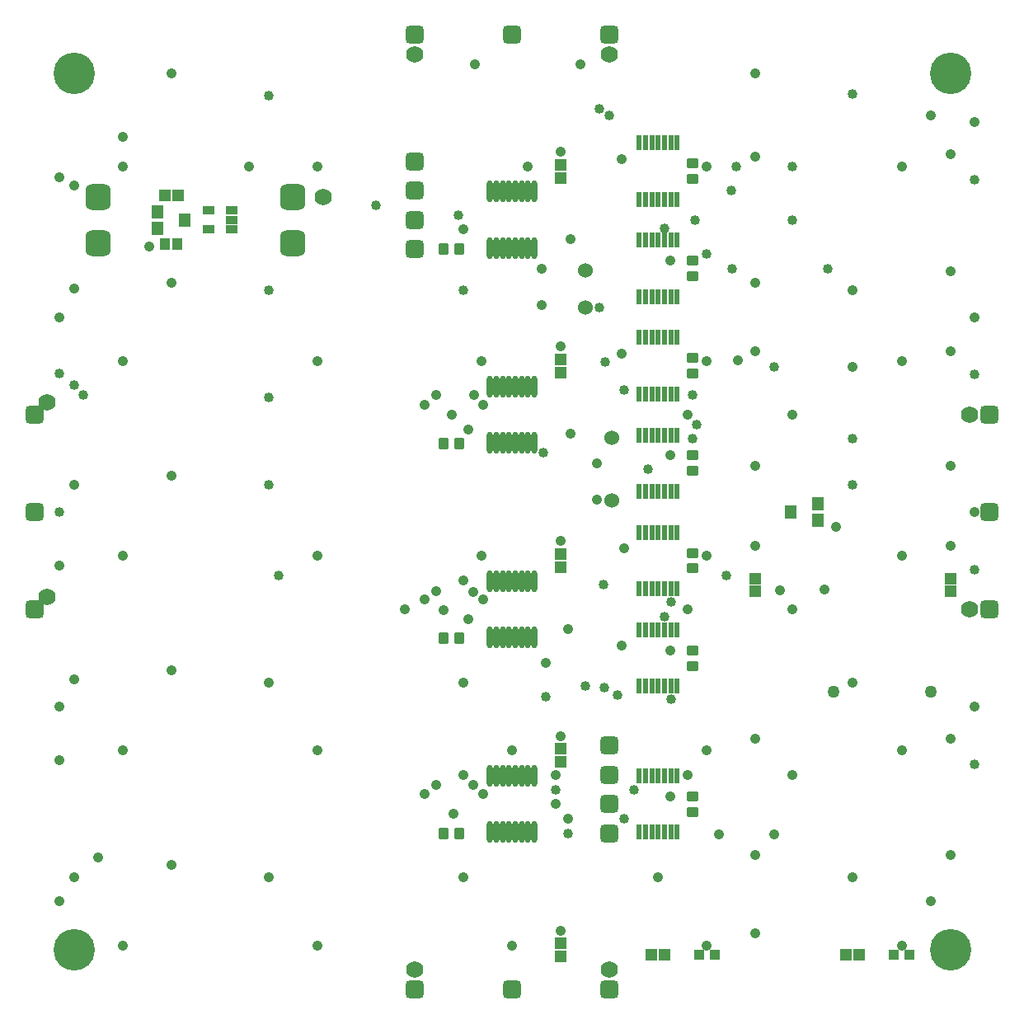
<source format=gbs>
G04 Layer_Color=8150272*
%FSLAX25Y25*%
%MOIN*%
G70*
G01*
G75*
G04:AMPARAMS|DCode=42|XSize=41.73mil|YSize=45.67mil|CornerRadius=6.69mil|HoleSize=0mil|Usage=FLASHONLY|Rotation=0.000|XOffset=0mil|YOffset=0mil|HoleType=Round|Shape=RoundedRectangle|*
%AMROUNDEDRECTD42*
21,1,0.04173,0.03228,0,0,0.0*
21,1,0.02835,0.04567,0,0,0.0*
1,1,0.01339,0.01417,-0.01614*
1,1,0.01339,-0.01417,-0.01614*
1,1,0.01339,-0.01417,0.01614*
1,1,0.01339,0.01417,0.01614*
%
%ADD42ROUNDEDRECTD42*%
%ADD46C,0.16772*%
%ADD47C,0.04173*%
%ADD48C,0.03976*%
%ADD49C,0.06024*%
%ADD50C,0.04961*%
%ADD51C,0.06929*%
%ADD52R,0.04567X0.05354*%
%ADD53R,0.02441X0.05984*%
G04:AMPARAMS|DCode=54|XSize=41.73mil|YSize=45.67mil|CornerRadius=6.69mil|HoleSize=0mil|Usage=FLASHONLY|Rotation=90.000|XOffset=0mil|YOffset=0mil|HoleType=Round|Shape=RoundedRectangle|*
%AMROUNDEDRECTD54*
21,1,0.04173,0.03228,0,0,90.0*
21,1,0.02835,0.04567,0,0,90.0*
1,1,0.01339,0.01614,0.01417*
1,1,0.01339,0.01614,-0.01417*
1,1,0.01339,-0.01614,-0.01417*
1,1,0.01339,-0.01614,0.01417*
%
%ADD54ROUNDEDRECTD54*%
%ADD55O,0.02402X0.08898*%
%ADD56R,0.04173X0.04173*%
G04:AMPARAMS|DCode=57|XSize=70.24mil|YSize=70.24mil|CornerRadius=11.12mil|HoleSize=0mil|Usage=FLASHONLY|Rotation=90.000|XOffset=0mil|YOffset=0mil|HoleType=Round|Shape=RoundedRectangle|*
%AMROUNDEDRECTD57*
21,1,0.07024,0.04800,0,0,90.0*
21,1,0.04800,0.07024,0,0,90.0*
1,1,0.02224,0.02400,0.02400*
1,1,0.02224,0.02400,-0.02400*
1,1,0.02224,-0.02400,-0.02400*
1,1,0.02224,-0.02400,0.02400*
%
%ADD57ROUNDEDRECTD57*%
G04:AMPARAMS|DCode=58|XSize=70.24mil|YSize=70.24mil|CornerRadius=11.12mil|HoleSize=0mil|Usage=FLASHONLY|Rotation=180.000|XOffset=0mil|YOffset=0mil|HoleType=Round|Shape=RoundedRectangle|*
%AMROUNDEDRECTD58*
21,1,0.07024,0.04800,0,0,180.0*
21,1,0.04800,0.07024,0,0,180.0*
1,1,0.02224,-0.02400,0.02400*
1,1,0.02224,0.02400,0.02400*
1,1,0.02224,0.02400,-0.02400*
1,1,0.02224,-0.02400,-0.02400*
%
%ADD58ROUNDEDRECTD58*%
%ADD59R,0.05158X0.04567*%
%ADD60R,0.04567X0.05158*%
%ADD61R,0.04567X0.03583*%
%ADD62R,0.04173X0.04764*%
G04:AMPARAMS|DCode=63|XSize=100.79mil|YSize=106.69mil|CornerRadius=27.76mil|HoleSize=0mil|Usage=FLASHONLY|Rotation=180.000|XOffset=0mil|YOffset=0mil|HoleType=Round|Shape=RoundedRectangle|*
%AMROUNDEDRECTD63*
21,1,0.10079,0.05118,0,0,180.0*
21,1,0.04528,0.10669,0,0,180.0*
1,1,0.05551,-0.02264,0.02559*
1,1,0.05551,0.02264,0.02559*
1,1,0.05551,0.02264,-0.02559*
1,1,0.05551,-0.02264,-0.02559*
%
%ADD63ROUNDEDRECTD63*%
D42*
X208465Y342520D02*
D03*
X214764D02*
D03*
X208465Y263779D02*
D03*
X214764D02*
D03*
X208465Y185039D02*
D03*
X214764D02*
D03*
X208465Y106299D02*
D03*
X214764D02*
D03*
D46*
X413386Y59055D02*
D03*
X59055D02*
D03*
Y413386D02*
D03*
X413386D02*
D03*
D47*
X423228Y157480D02*
D03*
Y236221D02*
D03*
Y393701D02*
D03*
Y314961D02*
D03*
X334646Y379921D02*
D03*
X59055Y88583D02*
D03*
X68898Y96457D02*
D03*
X242618Y375984D02*
D03*
X223917Y297244D02*
D03*
Y218504D02*
D03*
X137795Y167323D02*
D03*
X216535D02*
D03*
X374016D02*
D03*
Y88583D02*
D03*
X295276D02*
D03*
X216535D02*
D03*
X137795D02*
D03*
X258858Y188976D02*
D03*
Y112205D02*
D03*
X216535Y129921D02*
D03*
X270669Y255906D02*
D03*
Y241142D02*
D03*
X216535Y208661D02*
D03*
X248228Y319882D02*
D03*
Y334646D02*
D03*
X280512Y182087D02*
D03*
X281496Y221457D02*
D03*
X280512Y300197D02*
D03*
X349410Y275590D02*
D03*
X367126Y230315D02*
D03*
X300197Y180315D02*
D03*
Y121260D02*
D03*
X259842Y346457D02*
D03*
X224410Y279528D02*
D03*
X334646Y222441D02*
D03*
X253937Y129921D02*
D03*
Y118110D02*
D03*
X255906Y303150D02*
D03*
Y224410D02*
D03*
X224410Y200787D02*
D03*
X205512Y204331D02*
D03*
X224410Y122047D02*
D03*
X129921Y375984D02*
D03*
X255906Y145669D02*
D03*
Y66929D02*
D03*
X78740Y375984D02*
D03*
X157480D02*
D03*
X314961D02*
D03*
X393701D02*
D03*
Y297244D02*
D03*
X314961D02*
D03*
X157480D02*
D03*
X78740D02*
D03*
Y218504D02*
D03*
X157480D02*
D03*
X314961D02*
D03*
X393701D02*
D03*
Y139764D02*
D03*
X314961D02*
D03*
X236221D02*
D03*
X157480D02*
D03*
X78740D02*
D03*
X393701Y61024D02*
D03*
X314961D02*
D03*
X236221D02*
D03*
X78740D02*
D03*
X157480D02*
D03*
X405512Y78740D02*
D03*
X334646Y65945D02*
D03*
Y97441D02*
D03*
Y144685D02*
D03*
X413386Y144685D02*
D03*
Y97441D02*
D03*
Y222441D02*
D03*
Y254921D02*
D03*
Y301181D02*
D03*
Y333661D02*
D03*
Y380906D02*
D03*
X405512Y396654D02*
D03*
X334646Y413386D02*
D03*
X98425D02*
D03*
X334646Y254921D02*
D03*
X89567Y343504D02*
D03*
X98425Y328740D02*
D03*
Y250984D02*
D03*
Y172244D02*
D03*
Y93504D02*
D03*
X319882Y105807D02*
D03*
X342028D02*
D03*
X250000Y175197D02*
D03*
X307087Y275590D02*
D03*
Y129921D02*
D03*
X349410D02*
D03*
X307087Y196850D02*
D03*
X349410D02*
D03*
X280512Y378937D02*
D03*
X255906Y381890D02*
D03*
X374016Y325984D02*
D03*
X53181Y314929D02*
D03*
X53159Y371663D02*
D03*
X59055Y368110D02*
D03*
Y326378D02*
D03*
X53150Y135827D02*
D03*
Y78709D02*
D03*
Y157449D02*
D03*
Y214567D02*
D03*
X59055Y247244D02*
D03*
Y168504D02*
D03*
X220472Y203937D02*
D03*
Y125984D02*
D03*
X205511Y125984D02*
D03*
X212598Y114173D02*
D03*
X218504Y192913D02*
D03*
Y269685D02*
D03*
X216535Y350394D02*
D03*
X208465Y196653D02*
D03*
X300197Y259055D02*
D03*
X211811Y275590D02*
D03*
X259842Y267717D02*
D03*
X263779Y417323D02*
D03*
X221260D02*
D03*
X205512Y283465D02*
D03*
X220866D02*
D03*
X200787Y279480D02*
D03*
Y200787D02*
D03*
X192913Y196850D02*
D03*
X200787Y122047D02*
D03*
X78740Y387795D02*
D03*
X334646Y328740D02*
D03*
X300197Y337795D02*
D03*
X327559Y297638D02*
D03*
X334646Y301181D02*
D03*
X374016Y294882D02*
D03*
X362598Y204724D02*
D03*
X344488Y204675D02*
D03*
D48*
X423228Y134252D02*
D03*
Y212992D02*
D03*
Y370472D02*
D03*
X274016Y296850D02*
D03*
X423228Y291732D02*
D03*
X310236Y354331D02*
D03*
X363779Y334646D02*
D03*
X349606Y375984D02*
D03*
X326772Y375984D02*
D03*
X278740Y162205D02*
D03*
X325197Y334646D02*
D03*
X300394Y200000D02*
D03*
X291339Y253445D02*
D03*
X273130Y206693D02*
D03*
X258858Y106299D02*
D03*
X285433Y124016D02*
D03*
X253937D02*
D03*
X300394Y160630D02*
D03*
X265748Y165847D02*
D03*
X250000Y161417D02*
D03*
X141732Y210630D02*
D03*
X322835D02*
D03*
X297835Y193799D02*
D03*
X273622Y165354D02*
D03*
X281496Y112205D02*
D03*
X137795Y404380D02*
D03*
X374016Y405118D02*
D03*
X271654Y318898D02*
D03*
X53150Y236189D02*
D03*
X59055Y287402D02*
D03*
X62992Y283465D02*
D03*
X309055D02*
D03*
X311024Y271654D02*
D03*
X248819Y260236D02*
D03*
X309055Y265748D02*
D03*
X374016D02*
D03*
Y247244D02*
D03*
X281496Y285433D02*
D03*
X137795Y247244D02*
D03*
X137795Y325984D02*
D03*
X181102Y360236D02*
D03*
X297835Y350984D02*
D03*
X216535Y325984D02*
D03*
X214567Y356299D02*
D03*
X275590Y396457D02*
D03*
X271654Y399213D02*
D03*
X314961Y340551D02*
D03*
X324803Y366142D02*
D03*
X349410Y354331D02*
D03*
X137795Y282677D02*
D03*
X53150Y292126D02*
D03*
X342126Y294882D02*
D03*
D49*
X196850Y366142D02*
D03*
X275590Y106299D02*
D03*
X196850Y342520D02*
D03*
Y377953D02*
D03*
X275590Y129921D02*
D03*
Y118110D02*
D03*
X196850Y354331D02*
D03*
X265748Y333858D02*
D03*
X276378Y240945D02*
D03*
Y266142D02*
D03*
X265748Y318898D02*
D03*
D50*
X405512Y163386D02*
D03*
X366142Y163386D02*
D03*
D51*
X159941Y363681D02*
D03*
X48228Y280512D02*
D03*
X48228Y201772D02*
D03*
X421260Y275590D02*
D03*
Y196850D02*
D03*
X275590Y51181D02*
D03*
X196850D02*
D03*
Y421260D02*
D03*
X275590D02*
D03*
D52*
X359842Y232874D02*
D03*
X348819Y236221D02*
D03*
X359842Y239567D02*
D03*
X92913Y357677D02*
D03*
X103937Y354331D02*
D03*
X92913Y350984D02*
D03*
D53*
X300394Y323228D02*
D03*
X297835D02*
D03*
X295276D02*
D03*
X292717D02*
D03*
X290158D02*
D03*
X287598D02*
D03*
X302953Y346063D02*
D03*
X300394D02*
D03*
X297835D02*
D03*
X295276D02*
D03*
X292717D02*
D03*
X290158D02*
D03*
X287598D02*
D03*
X302953Y323228D02*
D03*
X300394Y283858D02*
D03*
X297835D02*
D03*
X295276D02*
D03*
X292717D02*
D03*
X290158D02*
D03*
X287598D02*
D03*
X302953Y306693D02*
D03*
X300394D02*
D03*
X297835D02*
D03*
X295276D02*
D03*
X292717D02*
D03*
X290158D02*
D03*
X287598D02*
D03*
X302953Y283858D02*
D03*
X300394Y244488D02*
D03*
X297835D02*
D03*
X295276D02*
D03*
X292717D02*
D03*
X290158D02*
D03*
X287598D02*
D03*
X302953Y267323D02*
D03*
X300394D02*
D03*
X297835D02*
D03*
X295276D02*
D03*
X292717D02*
D03*
X290158D02*
D03*
X287598D02*
D03*
X302953Y244488D02*
D03*
X300394Y205118D02*
D03*
X297835D02*
D03*
X295276D02*
D03*
X292717D02*
D03*
X290158D02*
D03*
X287598D02*
D03*
X302953Y227953D02*
D03*
X300394D02*
D03*
X297835D02*
D03*
X295276D02*
D03*
X292717D02*
D03*
X290158D02*
D03*
X287598D02*
D03*
X302953Y205118D02*
D03*
X300394Y165748D02*
D03*
X297835D02*
D03*
X295276D02*
D03*
X292717D02*
D03*
X290158D02*
D03*
X287598D02*
D03*
X302953Y188583D02*
D03*
X300394D02*
D03*
X297835D02*
D03*
X295276D02*
D03*
X292717D02*
D03*
X290158D02*
D03*
X287598D02*
D03*
X302953Y165748D02*
D03*
X300394Y106693D02*
D03*
X297835D02*
D03*
X295276D02*
D03*
X292717D02*
D03*
X290158D02*
D03*
X287598D02*
D03*
X302953Y129528D02*
D03*
X300394D02*
D03*
X297835D02*
D03*
X295276D02*
D03*
X292717D02*
D03*
X290158D02*
D03*
X287598D02*
D03*
X302953Y106693D02*
D03*
X300394Y362598D02*
D03*
X297835D02*
D03*
X295276D02*
D03*
X292717D02*
D03*
X290158D02*
D03*
X287598D02*
D03*
X302953Y385433D02*
D03*
X300394D02*
D03*
X297835D02*
D03*
X295276D02*
D03*
X292717D02*
D03*
X290158D02*
D03*
X287598D02*
D03*
X302953Y362598D02*
D03*
D54*
X309055Y298425D02*
D03*
Y292126D02*
D03*
Y259055D02*
D03*
Y252756D02*
D03*
Y219685D02*
D03*
Y213386D02*
D03*
Y180315D02*
D03*
Y174016D02*
D03*
Y121260D02*
D03*
Y114961D02*
D03*
Y377165D02*
D03*
Y370866D02*
D03*
Y337795D02*
D03*
Y331496D02*
D03*
D55*
X227264Y129528D02*
D03*
X229823D02*
D03*
X232382D02*
D03*
X234941D02*
D03*
X237500D02*
D03*
X240059D02*
D03*
X242618D02*
D03*
X245177D02*
D03*
X227264Y106693D02*
D03*
X229823D02*
D03*
X232382D02*
D03*
X234941D02*
D03*
X237500D02*
D03*
X240059D02*
D03*
X242618D02*
D03*
X245177D02*
D03*
X227264Y365748D02*
D03*
X229823D02*
D03*
X232382D02*
D03*
X234941D02*
D03*
X237500D02*
D03*
X240059D02*
D03*
X242618D02*
D03*
X245177D02*
D03*
X227264Y342913D02*
D03*
X229823D02*
D03*
X232382D02*
D03*
X234941D02*
D03*
X237500D02*
D03*
X240059D02*
D03*
X242618D02*
D03*
X245177D02*
D03*
X227264Y287008D02*
D03*
X229823D02*
D03*
X232382D02*
D03*
X234941D02*
D03*
X237500D02*
D03*
X240059D02*
D03*
X242618D02*
D03*
X245177D02*
D03*
X227264Y264173D02*
D03*
X229823D02*
D03*
X232382D02*
D03*
X234941D02*
D03*
X237500D02*
D03*
X240059D02*
D03*
X242618D02*
D03*
X245177D02*
D03*
X227264Y208268D02*
D03*
X229823D02*
D03*
X232382D02*
D03*
X234941D02*
D03*
X237500D02*
D03*
X240059D02*
D03*
X242618D02*
D03*
X245177D02*
D03*
X227264Y185433D02*
D03*
X229823D02*
D03*
X232382D02*
D03*
X234941D02*
D03*
X237500D02*
D03*
X240059D02*
D03*
X242618D02*
D03*
X245177D02*
D03*
D56*
X390453Y57087D02*
D03*
X396949D02*
D03*
X311713D02*
D03*
X318209D02*
D03*
D57*
X196850Y354331D02*
D03*
Y429134D02*
D03*
X196850Y366142D02*
D03*
X429134Y196850D02*
D03*
X43307D02*
D03*
X196850Y43307D02*
D03*
D58*
X236221D02*
D03*
X275590D02*
D03*
X429134Y236221D02*
D03*
Y275590D02*
D03*
X236221Y429134D02*
D03*
X275590D02*
D03*
X196850Y377953D02*
D03*
X275590Y141732D02*
D03*
X275590Y129921D02*
D03*
Y118110D02*
D03*
X43307Y275590D02*
D03*
Y236221D02*
D03*
X275590Y106299D02*
D03*
X196850Y342520D02*
D03*
D59*
X255906Y376673D02*
D03*
Y371358D02*
D03*
Y297933D02*
D03*
Y292618D02*
D03*
Y219193D02*
D03*
Y213878D02*
D03*
X334646Y209350D02*
D03*
Y204035D02*
D03*
X413386Y209350D02*
D03*
Y204035D02*
D03*
X255906Y140453D02*
D03*
Y135138D02*
D03*
Y61713D02*
D03*
Y56398D02*
D03*
D60*
X297933Y57087D02*
D03*
X292618D02*
D03*
X376673D02*
D03*
X371358D02*
D03*
X101083Y364173D02*
D03*
X95768D02*
D03*
D61*
X122835Y358071D02*
D03*
Y354331D02*
D03*
Y350591D02*
D03*
X113386D02*
D03*
Y358071D02*
D03*
D62*
X95965Y344488D02*
D03*
X100886D02*
D03*
D63*
X147638Y363681D02*
D03*
Y344980D02*
D03*
X68898Y363681D02*
D03*
Y344980D02*
D03*
M02*

</source>
